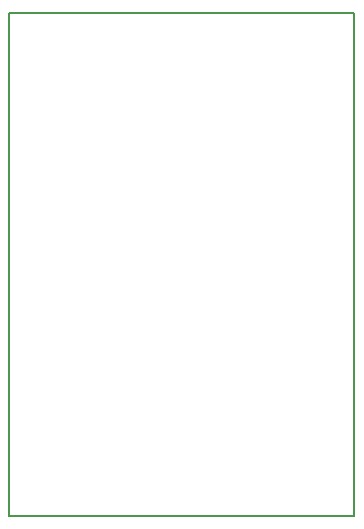
<source format=gko>
G04 DipTrace 2.3.1.0*
%INlinebot-v2.0.gko*%
%MOIN*%
%ADD11C,0.0055*%
%FSLAX44Y44*%
G04*
G70*
G90*
G75*
G01*
%LNBoardOutline*%
%LPD*%
X0Y16750D2*
D11*
Y0D1*
X11500D1*
Y16750D1*
X0D1*
M02*

</source>
